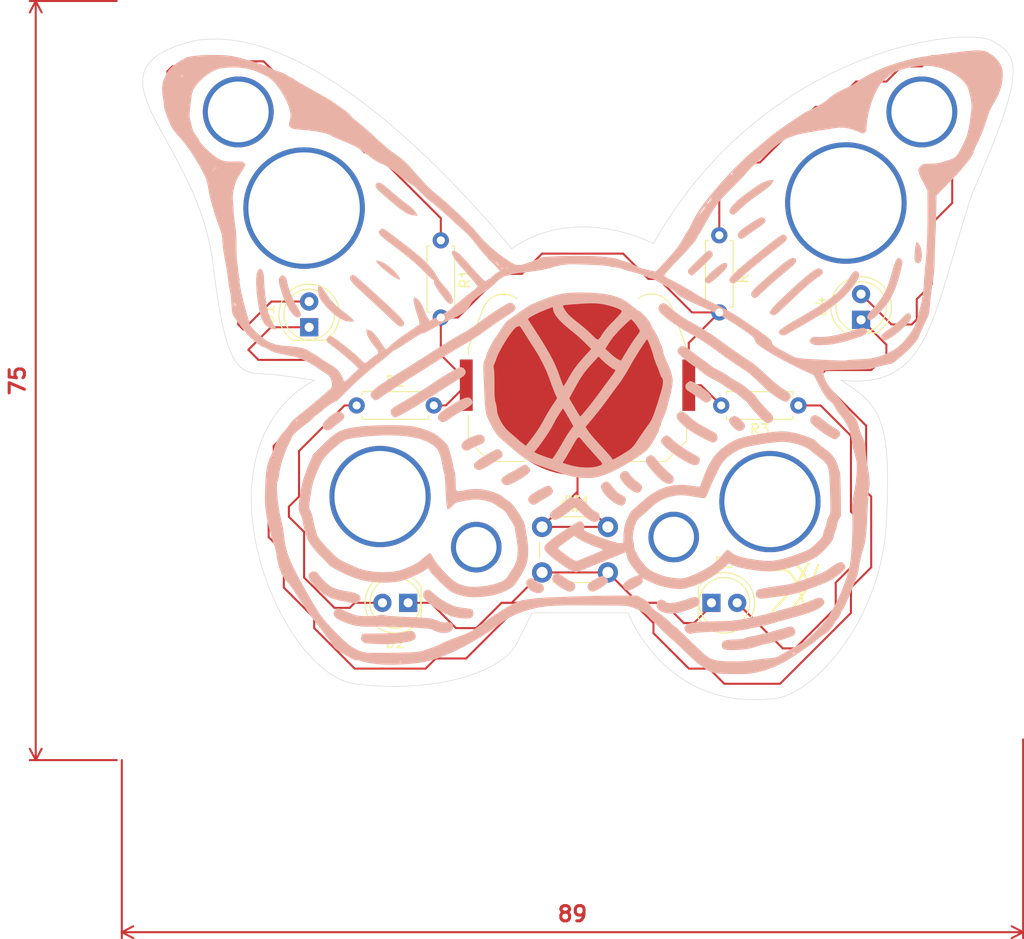
<source format=kicad_pcb>
(kicad_pcb (version 20241229) (generator "pcbnew") (generator_version "9.0")
  (layers (0 "F.Cu" signal) (2 "B.Cu" signal) (13 "F.Paste" user) (15 "B.Paste" user) (5 "F.SilkS" user "F.Silkscreen") (7 "B.SilkS" user "B.Silkscreen") (1 "F.Mask" user) (3 "B.Mask" user) (25 "Edge.Cuts" user))
  (net 0 "")
  (net 1 "Net-(BT1--)")
  (net 2 "Net-(BT1-+)")
  (net 3 "Net-(D1-A)")
  (net 4 "Net-(D2-A)")
  (net 5 "Net-(D3-A)")
  (net 6 "Net-(D4-A)")
  (net 7 "Net-(D1-K)")
  (footprint "LOGO" (layer "F.Cu") (at 141.5 138)
    (property "Reference" "G***" (hide yes))
    (property "Value" "LOGO" (hide yes))
  )
  (footprint "Resistor_THT:R_Axial_DIN0207_L6.3mm_D2.5mm_P7.62mm_Horizontal" (layer "F.Cu") (at 106.5 103.69 -90)
    (property "Reference" "R1" (at 3.81 -2.37 90) (layer "F.SilkS"))
    (property "Value" "R")
    (pad "1" thru_hole circle (at 0 0 270) (size 1.6 1.6) (drill 0.8) (layers "*.Cu" "*.Mask") (net 3 "Net-(D1-A)"))
    (pad "2" thru_hole circle (at 7.62 0 270) (size 1.6 1.6) (drill 0.8) (layers "*.Cu" "*.Mask") (net 2 "Net-(BT1-+)"))
  )
  (footprint "Button_Switch_THT:SW_PUSH_6mm" (layer "F.Cu") (at 116.5 132)
    (property "Reference" "SW1" (at 3.25 -2 0) (layer "F.SilkS"))
    (property "Value" "SW_Push")
    (pad "1" thru_hole circle (at 0 0 90) (size 2 2) (drill 1.1) (layers "*.Cu" "*.Mask") (net 1 "Net-(BT1--)"))
    (pad "1" thru_hole circle (at 6.5 0 90) (size 2 2) (drill 1.1) (layers "*.Cu" "*.Mask") (net 1 "Net-(BT1--)"))
    (pad "2" thru_hole circle (at 0 4.5 90) (size 2 2) (drill 1.1) (layers "*.Cu" "*.Mask") (net 7 "Net-(D1-K)"))
    (pad "2" thru_hole circle (at 6.5 4.5 90) (size 2 2) (drill 1.1) (layers "*.Cu" "*.Mask") (net 7 "Net-(D1-K)"))
  )
  (footprint "Resistor_THT:R_Axial_DIN0207_L6.3mm_D2.5mm_P7.62mm_Horizontal" (layer "F.Cu") (at 98.19 120)
    (property "Reference" "R2" (at 3.81 -2.37 0) (layer "F.SilkS"))
    (property "Value" "R")
    (pad "1" thru_hole circle (at 0 0) (size 1.6 1.6) (drill 0.8) (layers "*.Cu" "*.Mask") (net 4 "Net-(D2-A)"))
    (pad "2" thru_hole circle (at 7.62 0) (size 1.6 1.6) (drill 0.8) (layers "*.Cu" "*.Mask") (net 2 "Net-(BT1-+)"))
  )
  (footprint "LED_THT:LED_D5.0mm" (layer "F.Cu") (at 103.275 139.5 180)
    (property "Reference" "D2" (at 1.27 -3.96 0) (layer "F.SilkS"))
    (property "Value" "LED")
    (pad "1" thru_hole rect (at 0 0 180) (size 1.8 1.8) (drill 0.9) (layers "*.Cu" "*.Mask") (net 7 "Net-(D1-K)"))
    (pad "2" thru_hole circle (at 2.54 0 180) (size 1.8 1.8) (drill 0.9) (layers "*.Cu" "*.Mask") (net 4 "Net-(D2-A)"))
  )
  (footprint "Resistor_THT:R_Axial_DIN0207_L6.3mm_D2.5mm_P7.62mm_Horizontal" (layer "F.Cu") (at 134 103.19 -90)
    (property "Reference" "R4" (at 3.81 -2.37 90) (layer "F.SilkS"))
    (property "Value" "R")
    (pad "1" thru_hole circle (at 0 0 270) (size 1.6 1.6) (drill 0.8) (layers "*.Cu" "*.Mask") (net 6 "Net-(D4-A)"))
    (pad "2" thru_hole circle (at 7.62 0 270) (size 1.6 1.6) (drill 0.8) (layers "*.Cu" "*.Mask") (net 2 "Net-(BT1-+)"))
  )
  (footprint "Battery:BatteryHolder_Keystone_3034_1x20mm" (layer "F.Cu") (at 120 118 180)
    (property "Reference" "BT1" (at 0 -11.5 0) (layer "F.SilkS"))
    (property "Value" "Battery_Cell")
    (pad "1" smd rect (at -10.985 0 180) (size 1.27 5.08) (layers "F.Cu" "F.Mask" "F.Paste") (net 2 "Net-(BT1-+)"))
    (pad "1" smd rect (at 10.985 0 180) (size 1.27 5.08) (layers "F.Cu" "F.Mask" "F.Paste") (net 2 "Net-(BT1-+)"))
    (pad "2" smd circle (at 0 0 180) (size 17.8 17.8) (layers "F.Cu" "F.Mask") (net 1 "Net-(BT1--)"))
  )
  (footprint "LED_THT:LED_D5.0mm" (layer "F.Cu") (at 93.5 112.275 90)
    (property "Reference" "D1" (at 1.27 -3.96 90) (layer "F.SilkS"))
    (property "Value" "LED")
    (pad "1" thru_hole rect (at 0 0 90) (size 1.8 1.8) (drill 0.9) (layers "*.Cu" "*.Mask") (net 7 "Net-(D1-K)"))
    (pad "2" thru_hole circle (at 2.54 0 90) (size 1.8 1.8) (drill 0.9) (layers "*.Cu" "*.Mask") (net 3 "Net-(D1-A)"))
  )
  (footprint "Resistor_THT:R_Axial_DIN0207_L6.3mm_D2.5mm_P7.62mm_Horizontal" (layer "F.Cu") (at 141.81 120 180)
    (property "Reference" "R3" (at 3.81 -2.37 0) (layer "F.SilkS"))
    (property "Value" "R")
    (pad "1" thru_hole circle (at 0 0 180) (size 1.6 1.6) (drill 0.8) (layers "*.Cu" "*.Mask") (net 5 "Net-(D3-A)"))
    (pad "2" thru_hole circle (at 7.62 0 180) (size 1.6 1.6) (drill 0.8) (layers "*.Cu" "*.Mask") (net 2 "Net-(BT1-+)"))
  )
  (footprint "LED_THT:LED_D5.0mm" (layer "F.Cu") (at 133.225 139.5)
    (property "Reference" "D3" (at 1.27 -3.96 0) (layer "F.SilkS"))
    (property "Value" "LED")
    (pad "1" thru_hole rect (at 0 0) (size 1.8 1.8) (drill 0.9) (layers "*.Cu" "*.Mask") (net 7 "Net-(D1-K)"))
    (pad "2" thru_hole circle (at 2.54 0) (size 1.8 1.8) (drill 0.9) (layers "*.Cu" "*.Mask") (net 5 "Net-(D3-A)"))
  )
  (footprint "LED_THT:LED_D5.0mm" (layer "F.Cu") (at 148 111.54 90)
    (property "Reference" "D4" (at 1.27 -3.96 90) (layer "F.SilkS"))
    (property "Value" "LED")
    (pad "1" thru_hole rect (at 0 0 90) (size 1.8 1.8) (drill 0.9) (layers "*.Cu" "*.Mask") (net 7 "Net-(D1-K)"))
    (pad "2" thru_hole circle (at 2.54 0 90) (size 1.8 1.8) (drill 0.9) (layers "*.Cu" "*.Mask") (net 6 "Net-(D4-A)"))
  )
  (footprint "LOGO" (layer "B.Cu") (at 119.5 116.5 180)
    (property "Reference" "G***" (hide yes))
    (property "Value" "LOGO" (hide yes))
  )
  (gr_curve (pts (xy 146 117.5) (xy 150 120) (xy 151 121.5) (xy 150.5 131.5)) (stroke (width 0.05)) (layer "Edge.Cuts"))
  (gr_curve (pts (xy 114 143.5) (xy 115.5 140.5) (xy 115.5 140.5) (xy 115.5 140.5)) (stroke (width 0.05)) (layer "Edge.Cuts"))
  (gr_curve (pts (xy 127.5 104) (xy 138.5 84.5) (xy 158.5 82.5) (xy 161 84)) (stroke (width 0.05)) (layer "Edge.Cuts"))
  (gr_curve (pts (xy 84 106) (xy 85.5 118.5) (xy 87 116.5) (xy 90.5 117)) (stroke (width 0.05)) (layer "Edge.Cuts"))
  (gr_curve (pts (xy 115.5 140.5) (xy 124.5 140.5) (xy 125 140.5) (xy 125 140.5)) (stroke (width 0.05)) (layer "Edge.Cuts"))
  (gr_curve (pts (xy 113.5 104.5) (xy 120 100) (xy 127.5 104) (xy 127.5 104)) (stroke (width 0.05)) (layer "Edge.Cuts"))
  (gr_curve (pts (xy 159 99) (xy 155 111) (xy 155 118.5) (xy 146 117.5)) (stroke (width 0.05)) (layer "Edge.Cuts"))
  (gr_curve (pts (xy 94 117.5) (xy 81.5 124.5) (xy 90.5 146.5) (xy 98 147.5)) (stroke (width 0.05)) (layer "Edge.Cuts"))
  (gr_curve (pts (xy 98 147.5) (xy 105.5 148.5) (xy 112.5 146.5) (xy 114 143.5)) (stroke (width 0.05)) (layer "Edge.Cuts"))
  (gr_curve (pts (xy 150.5 131.5) (xy 150 141.5) (xy 143 149) (xy 139 149)) (stroke (width 0.05)) (layer "Edge.Cuts"))
  (gr_curve (pts (xy 161 84) (xy 163.5 85.5) (xy 164.5 86.5) (xy 159 99)) (stroke (width 0.05)) (layer "Edge.Cuts"))
  (gr_curve (pts (xy 113.5 104.5) (xy 97 85) (xy 87 83) (xy 82 84)) (stroke (width 0.05)) (layer "Edge.Cuts"))
  (gr_curve (pts (xy 90.5 117) (xy 94 117.5) (xy 94 117.5) (xy 94 117.5)) (stroke (width 0.05)) (layer "Edge.Cuts"))
  (gr_curve (pts (xy 139 149) (xy 128.5 150) (xy 125 140.5) (xy 125 140.5)) (stroke (width 0.05)) (layer "Edge.Cuts"))
  (gr_curve (pts (xy 82 84) (xy 70.5 87) (xy 82.5 93.5) (xy 84 106)) (stroke (width 0.05)) (layer "Edge.Cuts"))
  (dimension (type orthogonal) (layer "F.Cu") (pts (xy 75 155.041925) (xy 75 80.041925)) (height -8.5) (orientation 1) (format (prefix "") (suffix "") (units 3) (units_format 0) (precision 4) (suppress_zeroes yes)) (style (thickness 0.2) (arrow_length 1.27) (text_position_mode 0) (arrow_direction outward) (extension_height 0.58642) (extension_offset 0.5) (keep_text_aligned yes)) (gr_text "75" (at 64.7 117.541925 90) (layer "F.Cu") (effects (font (size 1.5 1.5) (thickness 0.3)))))
  (dimension (type orthogonal) (layer "F.Cu") (pts (xy 75 154.541925) (xy 164 152.5)) (height 17.5) (orientation 0) (format (prefix "") (suffix "") (units 3) (units_format 0) (precision 4) (suppress_zeroes yes)) (style (thickness 0.2) (arrow_length 1.27) (text_position_mode 0) (arrow_direction outward) (extension_height 0.58642) (extension_offset 0.5) (keep_text_aligned yes)) (gr_text "89" (at 119.5 170.241925 0) (layer "F.Cu") (effects (font (size 1.5 1.5) (thickness 0.3)))))
  (via (at 100.5 129) (size 10) (drill 9) (layers "F.Cu" "B.Cu") (net 0))
  (via (at 154 91) (size 7) (drill 6) (layers "F.Cu" "B.Cu") (net 0))
  (via (at 93 100.5) (size 12) (drill 11) (layers "F.Cu" "B.Cu") (net 0))
  (via (at 146.5 100) (size 12) (drill 11) (layers "F.Cu" "B.Cu") (net 0))
  (segment (start 116.5 132) (end 123 132) (width 0.2) (layer "F.Cu") (net 1))
  (segment (start 120 128.5) (end 120 118) (width 0.2) (layer "F.Cu") (net 1))
  (segment (start 123 132) (end 120 129) (width 0.2) (layer "F.Cu") (net 1))
  (segment (start 120 129) (end 120 118) (width 0.2) (layer "F.Cu") (net 1))
  (segment (start 116.5 132) (end 120 128.5) (width 0.2) (layer "F.Cu") (net 1))
  (via (at 110 134) (size 5) (drill 4) (layers "F.Cu" "B.Cu") (net 1))
  (via (at 129.5 133) (size 5) (drill 4) (layers "F.Cu" "B.Cu") (net 1))
  (segment (start 132.19 118) (end 134.19 120) (width 0.2) (layer "F.Cu") (net 2))
  (segment (start 130.985 118) (end 132.19 118) (width 0.2) (layer "F.Cu") (net 2))
  (segment (start 109.015 117.515) (end 106.5 115) (width 0.2) (layer "F.Cu") (net 2))
  (segment (start 109.015 118) (end 109 118) (width 0.2) (layer "F.Cu") (net 2))
  (segment (start 116.5 105) (end 124.5 105) (width 0.2) (layer "F.Cu") (net 2))
  (segment (start 108.19 111.31) (end 112.5 107) (width 0.2) (layer "F.Cu") (net 2))
  (segment (start 128.5 108) (end 131.31 110.81) (width 0.2) (layer "F.Cu") (net 2))
  (segment (start 130.985 118) (end 130.985 113.825) (width 0.2) (layer "F.Cu") (net 2))
  (segment (start 131.31 110.81) (end 134 110.81) (width 0.2) (layer "F.Cu") (net 2))
  (segment (start 114.5 107) (end 116.5 105) (width 0.2) (layer "F.Cu") (net 2))
  (segment (start 127 107.5) (end 128.5 107.5) (width 0.2) (layer "F.Cu") (net 2))
  (segment (start 109 118) (end 107 120) (width 0.2) (layer "F.Cu") (net 2))
  (segment (start 109.015 118) (end 109.015 117.515) (width 0.2) (layer "F.Cu") (net 2))
  (segment (start 130.985 113.825) (end 134 110.81) (width 0.2) (layer "F.Cu") (net 2))
  (segment (start 112.5 107) (end 114.5 107) (width 0.2) (layer "F.Cu") (net 2))
  (segment (start 106.5 111.31) (end 108.19 111.31) (width 0.2) (layer "F.Cu") (net 2))
  (segment (start 107 120) (end 105.81 120) (width 0.2) (layer "F.Cu") (net 2))
  (segment (start 124.5 105) (end 127 107.5) (width 0.2) (layer "F.Cu") (net 2))
  (segment (start 106.5 115) (end 106.5 111.31) (width 0.2) (layer "F.Cu") (net 2))
  (segment (start 128.5 107.5) (end 128.5 108) (width 0.2) (layer "F.Cu") (net 2))
  (segment (start 80 86.5) (end 79.5 87) (width 0.2) (layer "F.Cu") (net 3))
  (segment (start 84.5 100.5) (end 85.5 101.5) (width 0.2) (layer "F.Cu") (net 3))
  (segment (start 100 95) (end 99 95) (width 0.2) (layer "F.Cu") (net 3))
  (segment (start 86.5 107.5) (end 86.5 112) (width 0.2) (layer "F.Cu") (net 3))
  (segment (start 86.5 112) (end 87 112.5) (width 0.2) (layer "F.Cu") (net 3))
  (segment (start 93.5 89.5) (end 93.5 89) (width 0.2) (layer "F.Cu") (net 3))
  (segment (start 85.5 106.5) (end 86.5 107.5) (width 0.2) (layer "F.Cu") (net 3))
  (segment (start 93.5 89) (end 92 89) (width 0.2) (layer "F.Cu") (net 3))
  (segment (start 106.5 101.5) (end 100 95) (width 0.2) (layer "F.Cu") (net 3))
  (segment (start 99 95) (end 93.5 89.5) (width 0.2) (layer "F.Cu") (net 3))
  (segment (start 82 86) (end 81.5 86.5) (width 0.2) (layer "F.Cu") (net 3))
  (segment (start 89.765 109.735) (end 93.5 109.735) (width 0.2) (layer "F.Cu") (net 3))
  (segment (start 83 96.5) (end 84.5 98) (width 0.2) (layer "F.Cu") (net 3))
  (segment (start 79.5 91) (end 83 94.5) (width 0.2) (layer "F.Cu") (net 3))
  (segment (start 81.5 86.5) (end 80 86.5) (width 0.2) (layer "F.Cu") (net 3))
  (segment (start 84.5 98) (end 84.5 100.5) (width 0.2) (layer "F.Cu") (net 3))
  (segment (start 106.5 103.69) (end 106.5 101.5) (width 0.2) (layer "F.Cu") (net 3))
  (segment (start 92 89) (end 89 86) (width 0.2) (layer "F.Cu") (net 3))
  (segment (start 85.5 101.5) (end 85.5 106.5) (width 0.2) (layer "F.Cu") (net 3))
  (segment (start 87 112.5) (end 89.765 109.735) (width 0.2) (layer "F.Cu") (net 3))
  (segment (start 89 86) (end 82 86) (width 0.2) (layer "F.Cu") (net 3))
  (segment (start 83 94.5) (end 83 96.5) (width 0.2) (layer "F.Cu") (net 3))
  (segment (start 79.5 87) (end 79.5 91) (width 0.2) (layer "F.Cu") (net 3))
  (via (at 86.5 91) (size 7) (drill 6) (layers "F.Cu" "B.Cu") (net 3))
  (segment (start 98.19 120) (end 97 120) (width 0.2) (layer "F.Cu") (net 4))
  (segment (start 91.5 130) (end 91.5 131) (width 0.2) (layer "F.Cu") (net 4))
  (segment (start 92.5 124.5) (end 92.5 129) (width 0.2) (layer "F.Cu") (net 4))
  (segment (start 92.5 129) (end 91.5 130) (width 0.2) (layer "F.Cu") (net 4))
  (segment (start 93 137) (end 96 140) (width 0.2) (layer "F.Cu") (net 4))
  (segment (start 98 139.5) (end 100.735 139.5) (width 0.2) (layer "F.Cu") (net 4))
  (segment (start 93 132.5) (end 93 137) (width 0.2) (layer "F.Cu") (net 4))
  (segment (start 96 140) (end 97.5 140) (width 0.2) (layer "F.Cu") (net 4))
  (segment (start 97 120) (end 92.5 124.5) (width 0.2) (layer "F.Cu") (net 4))
  (segment (start 91.5 131) (end 93 132.5) (width 0.2) (layer "F.Cu") (net 4))
  (segment (start 97.5 140) (end 98 139.5) (width 0.2) (layer "F.Cu") (net 4))
  (segment (start 145.5 140) (end 141.5 144) (width 0.2) (layer "F.Cu") (net 5))
  (segment (start 147.5 135.5) (end 145.5 137.5) (width 0.2) (layer "F.Cu") (net 5))
  (segment (start 144 120) (end 147 123) (width 0.2) (layer "F.Cu") (net 5))
  (segment (start 147.5 131) (end 147.5 135.5) (width 0.2) (layer "F.Cu") (net 5))
  (segment (start 147 130.5) (end 147.5 131) (width 0.2) (layer "F.Cu") (net 5))
  (segment (start 141.81 120) (end 144 120) (width 0.2) (layer "F.Cu") (net 5))
  (segment (start 145.5 137.5) (end 145.5 140) (width 0.2) (layer "F.Cu") (net 5))
  (segment (start 141.5 144) (end 140.265 144) (width 0.2) (layer "F.Cu") (net 5))
  (segment (start 147 123) (end 147 130.5) (width 0.2) (layer "F.Cu") (net 5))
  (segment (start 140.265 144) (end 135.765 139.5) (width 0.2) (layer "F.Cu") (net 5))
  (segment (start 154 86.5) (end 155 85.5) (width 0.2) (layer "F.Cu") (net 6))
  (segment (start 150.5 88) (end 152 86.5) (width 0.2) (layer "F.Cu") (net 6))
  (segment (start 134 99) (end 137 96) (width 0.2) (layer "F.Cu") (net 6))
  (segment (start 161.5 89) (end 159 91.5) (width 0.2) (layer "F.Cu") (net 6))
  (segment (start 155 108) (end 153.5 109.5) (width 0.2) (layer "F.Cu") (net 6))
  (segment (start 147.5 88) (end 150.5 88) (width 0.2) (layer "F.Cu") (net 6))
  (segment (start 153 112) (end 151 112) (width 0.2) (layer "F.Cu") (net 6))
  (segment (start 145 90.5) (end 147.5 88) (width 0.2) (layer "F.Cu") (net 6))
  (segment (start 159 95) (end 157 97) (width 0.2) (layer "F.Cu") (net 6))
  (segment (start 153.5 109.5) (end 153.5 111.5) (width 0.2) (layer "F.Cu") (net 6))
  (segment (start 138 96) (end 143.5 90.5) (width 0.2) (layer "F.Cu") (net 6))
  (segment (start 152 86.5) (end 154 86.5) (width 0.2) (layer "F.Cu") (net 6))
  (segment (start 160 85.5) (end 161.5 87) (width 0.2) (layer "F.Cu") (net 6))
  (segment (start 155 85.5) (end 160 85.5) (width 0.2) (layer "F.Cu") (net 6))
  (segment (start 157 100) (end 155 102) (width 0.2) (layer "F.Cu") (net 6))
  (segment (start 159 91.5) (end 159 95) (width 0.2) (layer "F.Cu") (net 6))
  (segment (start 161.5 87) (end 161.5 89) (width 0.2) (layer "F.Cu") (net 6))
  (segment (start 143.5 90.5) (end 145 90.5) (width 0.2) (layer "F.Cu") (net 6))
  (segment (start 134 103.19) (end 134 99) (width 0.2) (layer "F.Cu") (net 6))
  (segment (start 153.5 111.5) (end 153 112) (width 0.2) (layer "F.Cu") (net 6))
  (segment (start 137 96) (end 138 96) (width 0.2) (layer "F.Cu") (net 6))
  (segment (start 157 97) (end 157 100) (width 0.2) (layer "F.Cu") (net 6))
  (segment (start 155 102) (end 155 108) (width 0.2) (layer "F.Cu") (net 6))
  (segment (start 151 112) (end 148 109) (width 0.2) (layer "F.Cu") (net 6))
  (segment (start 89.725 112.275) (end 93.5 112.275) (width 0.2) (layer "F.Cu") (net 7))
  (segment (start 103.275 139.5) (end 105.5 139.5) (width 0.2) (layer "F.Cu") (net 7))
  (segment (start 108 142) (end 110 142) (width 0.2) (layer "F.Cu") (net 7))
  (segment (start 89.5 128) (end 90 127.5) (width 0.2) (layer "F.Cu") (net 7))
  (segment (start 109 145) (end 106 145) (width 0.2) (layer "F.Cu") (net 7))
  (segment (start 133.225 139.775) (end 133.225 139.5) (width 0.2) (layer "F.Cu") (net 7))
  (segment (start 96 118.5) (end 96 117) (width 0.2) (layer "F.Cu") (net 7))
  (segment (start 131 146) (end 127.5 142.5) (width 0.2) (layer "F.Cu") (net 7))
  (segment (start 91.5 122.5) (end 92 122.5) (width 0.2) (layer "F.Cu") (net 7))
  (segment (start 144.5 116.5) (end 144 117) (width 0.2) (layer "F.Cu") (net 7))
  (segment (start 94 141) (end 91 138) (width 0.2) (layer "F.Cu") (net 7))
  (segment (start 94.5 115.5) (end 88.5 115.5) (width 0.2) (layer "F.Cu") (net 7))
  (segment (start 110 142) (end 112.5 139.5) (width 0.2) (layer "F.Cu") (net 7))
  (segment (start 149 129) (end 149 136) (width 0.2) (layer "F.Cu") (net 7))
  (segment (start 148 111.5) (end 150.5 114) (width 0.2) (layer "F.Cu") (net 7))
  (segment (start 116.5 136.5) (end 123 136.5) (width 0.2) (layer "F.Cu") (net 7))
  (segment (start 127.5 142.5) (end 127.5 141.5) (width 0.2) (layer "F.Cu") (net 7))
  (segment (start 94 142) (end 94 141) (width 0.2) (layer "F.Cu") (net 7))
  (segment (start 150.5 114) (end 150.5 115) (width 0.2) (layer "F.Cu") (net 7))
  (segment (start 125.5 139.5) (end 124.5 139.5) (width 0.2) (layer "F.Cu") (net 7))
  (segment (start 148 111.54) (end 148 111.5) (width 0.2) (layer "F.Cu") (net 7))
  (segment (start 147 138) (end 147 140.5) (width 0.2) (layer "F.Cu") (net 7))
  (segment (start 131.5 141.5) (end 133.225 139.775) (width 0.2) (layer "F.Cu") (net 7))
  (segment (start 144 117) (end 144 117.5) (width 0.2) (layer "F.Cu") (net 7))
  (segment (start 112.5 139.5) (end 114.5 139.5) (width 0.2) (layer "F.Cu") (net 7))
  (segment (start 87.5 114.5) (end 89.725 112.275) (width 0.2) (layer "F.Cu") (net 7))
  (segment (start 92 122.5) (end 96 118.5) (width 0.2) (layer "F.Cu") (net 7))
  (segment (start 149 136) (end 147 138) (width 0.2) (layer "F.Cu") (net 7))
  (segment (start 114.5 139.5) (end 109 145) (width 0.2) (layer "F.Cu") (net 7))
  (segment (start 88.5 115.5) (end 87.5 114.5) (width 0.2) (layer "F.Cu") (net 7))
  (segment (start 115.5 139.5) (end 114.5 139.5) (width 0.2) (layer "F.Cu") (net 7))
  (segment (start 149 116.5) (end 144.5 116.5) (width 0.2) (layer "F.Cu") (net 7))
  (segment (start 90 124) (end 91.5 122.5) (width 0.2) (layer "F.Cu") (net 7))
  (segment (start 144 117.5) (end 148.5 122) (width 0.2) (layer "F.Cu") (net 7))
  (segment (start 91 138) (end 91 134.5) (width 0.2) (layer "F.Cu") (net 7))
  (segment (start 128.5 139.5) (end 125.5 139.5) (width 0.2) (layer "F.Cu") (net 7))
  (segment (start 127.5 141.5) (end 125.5 139.5) (width 0.2) (layer "F.Cu") (net 7))
  (segment (start 134.5 147.5) (end 133 146) (width 0.2) (layer "F.Cu") (net 7))
  (segment (start 150.5 115) (end 149 116.5) (width 0.2) (layer "F.Cu") (net 7))
  (segment (start 90 127.5) (end 90 124) (width 0.2) (layer "F.Cu") (net 7))
  (segment (start 126 139.5) (end 123 136.5) (width 0.2) (layer "F.Cu") (net 7))
  (segment (start 130.5 141.5) (end 128.5 139.5) (width 0.2) (layer "F.Cu") (net 7))
  (segment (start 91 134.5) (end 89.5 133) (width 0.2) (layer "F.Cu") (net 7))
  (segment (start 105 146) (end 98 146) (width 0.2) (layer "F.Cu") (net 7))
  (segment (start 128.5 139.5) (end 126 139.5) (width 0.2) (layer "F.Cu") (net 7))
  (segment (start 130.5 141.5) (end 131.5 141.5) (width 0.2) (layer "F.Cu") (net 7))
  (segment (start 105.5 139.5) (end 108 142) (width 0.2) (layer "F.Cu") (net 7))
  (segment (start 124.5 139.5) (end 115.5 139.5) (width 0.2) (layer "F.Cu") (net 7))
  (segment (start 148.5 122) (end 148.5 128.5) (width 0.2) (layer "F.Cu") (net 7))
  (segment (start 113.5 139.5) (end 116.5 136.5) (width 0.2) (layer "F.Cu") (net 7))
  (segment (start 106 145) (end 105 146) (width 0.2) (layer "F.Cu") (net 7))
  (segment (start 147 140.5) (end 140 147.5) (width 0.2) (layer "F.Cu") (net 7))
  (segment (start 148.5 128.5) (end 149 129) (width 0.2) (layer "F.Cu") (net 7))
  (segment (start 133 146) (end 131 146) (width 0.2) (layer "F.Cu") (net 7))
  (segment (start 140 147.5) (end 134.5 147.5) (width 0.2) (layer "F.Cu") (net 7))
  (segment (start 98 146) (end 94 142) (width 0.2) (layer "F.Cu") (net 7))
  (segment (start 112.5 139.5) (end 113.5 139.5) (width 0.2) (layer "F.Cu") (net 7))
  (segment (start 89.5 133) (end 89.5 128) (width 0.2) (layer "F.Cu") (net 7))
  (segment (start 96 117) (end 94.5 115.5) (width 0.2) (layer "F.Cu") (net 7))
  (via (at 139 129.5) (size 10) (drill 9) (layers "F.Cu" "B.Cu") (net 7))
)
</source>
